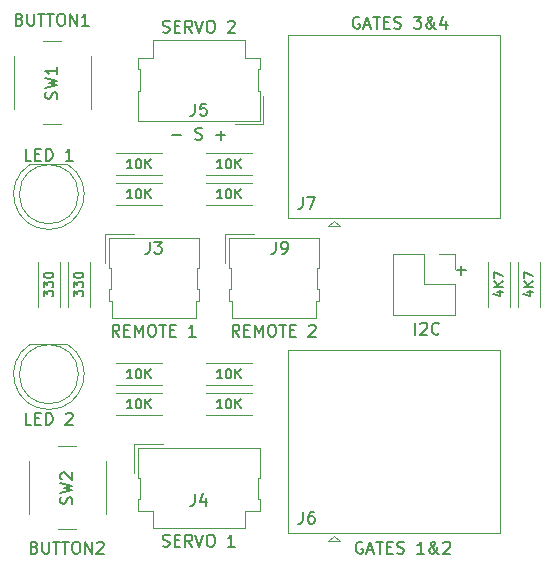
<source format=gto>
G04 #@! TF.GenerationSoftware,KiCad,Pcbnew,(5.1.10)-1*
G04 #@! TF.CreationDate,2021-10-24T19:50:33-07:00*
G04 #@! TF.ProjectId,project,70726f6a-6563-4742-9e6b-696361645f70,rev?*
G04 #@! TF.SameCoordinates,Original*
G04 #@! TF.FileFunction,Legend,Top*
G04 #@! TF.FilePolarity,Positive*
%FSLAX46Y46*%
G04 Gerber Fmt 4.6, Leading zero omitted, Abs format (unit mm)*
G04 Created by KiCad (PCBNEW (5.1.10)-1) date 2021-10-24 19:50:33*
%MOMM*%
%LPD*%
G01*
G04 APERTURE LIST*
%ADD10C,0.150000*%
%ADD11C,0.120000*%
G04 APERTURE END LIST*
D10*
X148891904Y-94051428D02*
X149653809Y-94051428D01*
X150844285Y-94384761D02*
X150987142Y-94432380D01*
X151225238Y-94432380D01*
X151320476Y-94384761D01*
X151368095Y-94337142D01*
X151415714Y-94241904D01*
X151415714Y-94146666D01*
X151368095Y-94051428D01*
X151320476Y-94003809D01*
X151225238Y-93956190D01*
X151034761Y-93908571D01*
X150939523Y-93860952D01*
X150891904Y-93813333D01*
X150844285Y-93718095D01*
X150844285Y-93622857D01*
X150891904Y-93527619D01*
X150939523Y-93480000D01*
X151034761Y-93432380D01*
X151272857Y-93432380D01*
X151415714Y-93480000D01*
X152606190Y-94051428D02*
X153368095Y-94051428D01*
X152987142Y-94432380D02*
X152987142Y-93670476D01*
X172974047Y-105481428D02*
X173735952Y-105481428D01*
X173355000Y-105862380D02*
X173355000Y-105100476D01*
D11*
X155590000Y-117760000D02*
X151750000Y-117760000D01*
X155590000Y-115920000D02*
X151750000Y-115920000D01*
X139350000Y-104760000D02*
X139350000Y-108600000D01*
X137510000Y-104760000D02*
X137510000Y-108600000D01*
X140050000Y-108600000D02*
X140050000Y-104760000D01*
X141890000Y-108600000D02*
X141890000Y-104760000D01*
X147970000Y-117760000D02*
X144130000Y-117760000D01*
X147970000Y-115920000D02*
X144130000Y-115920000D01*
X147970000Y-115220000D02*
X144130000Y-115220000D01*
X147970000Y-113380000D02*
X144130000Y-113380000D01*
X155590000Y-115220000D02*
X151750000Y-115220000D01*
X155590000Y-113380000D02*
X151750000Y-113380000D01*
X155590000Y-99980000D02*
X151750000Y-99980000D01*
X155590000Y-98140000D02*
X151750000Y-98140000D01*
X147970000Y-99980000D02*
X144130000Y-99980000D01*
X147970000Y-98140000D02*
X144130000Y-98140000D01*
X155590000Y-97440000D02*
X151750000Y-97440000D01*
X155590000Y-95600000D02*
X151750000Y-95600000D01*
X147970000Y-97440000D02*
X144130000Y-97440000D01*
X147970000Y-95600000D02*
X144130000Y-95600000D01*
X139975000Y-96500000D02*
X136885000Y-96500000D01*
X140930000Y-99060000D02*
G75*
G03*
X140930000Y-99060000I-2500000J0D01*
G01*
X138430462Y-102050000D02*
G75*
G02*
X136885170Y-96500000I-462J2990000D01*
G01*
X138429538Y-102050000D02*
G75*
G03*
X139974830Y-96500000I462J2990000D01*
G01*
X140930000Y-114300000D02*
G75*
G03*
X140930000Y-114300000I-2500000J0D01*
G01*
X139975000Y-111740000D02*
X136885000Y-111740000D01*
X138429538Y-117290000D02*
G75*
G03*
X139974830Y-111740000I462J2990000D01*
G01*
X138430462Y-117290000D02*
G75*
G02*
X136885170Y-111740000I-462J2990000D01*
G01*
X167580000Y-104080000D02*
X170180000Y-104080000D01*
X167580000Y-104080000D02*
X167580000Y-109280000D01*
X167580000Y-109280000D02*
X172780000Y-109280000D01*
X172780000Y-106680000D02*
X172780000Y-109280000D01*
X170180000Y-106680000D02*
X172780000Y-106680000D01*
X170180000Y-104080000D02*
X170180000Y-106680000D01*
X172780000Y-104080000D02*
X172780000Y-105410000D01*
X171450000Y-104080000D02*
X172780000Y-104080000D01*
X143220000Y-102450000D02*
X145630000Y-102450000D01*
X143220000Y-104860000D02*
X143220000Y-102450000D01*
X151120000Y-102750000D02*
X143520000Y-102750000D01*
X151120000Y-105280000D02*
X151120000Y-102750000D01*
X150990000Y-105280000D02*
X151120000Y-105280000D01*
X150990000Y-107090000D02*
X150990000Y-105280000D01*
X151120000Y-107090000D02*
X150990000Y-107090000D01*
X151120000Y-108070000D02*
X151120000Y-107090000D01*
X150860000Y-108070000D02*
X151120000Y-108070000D01*
X150860000Y-109570000D02*
X150860000Y-108070000D01*
X143780000Y-109570000D02*
X150860000Y-109570000D01*
X143780000Y-108070000D02*
X143780000Y-109570000D01*
X143520000Y-108070000D02*
X143780000Y-108070000D01*
X143520000Y-107090000D02*
X143520000Y-108070000D01*
X143650000Y-107090000D02*
X143520000Y-107090000D01*
X143650000Y-105280000D02*
X143650000Y-107090000D01*
X143520000Y-105280000D02*
X143650000Y-105280000D01*
X143520000Y-102750000D02*
X143520000Y-105280000D01*
X145980000Y-120530000D02*
X145980000Y-123060000D01*
X145980000Y-123060000D02*
X146110000Y-123060000D01*
X146110000Y-123060000D02*
X146110000Y-124870000D01*
X146110000Y-124870000D02*
X145980000Y-124870000D01*
X145980000Y-124870000D02*
X145980000Y-125850000D01*
X145980000Y-125850000D02*
X147210000Y-125850000D01*
X147210000Y-125850000D02*
X147210000Y-127350000D01*
X147210000Y-127350000D02*
X155050000Y-127350000D01*
X155050000Y-127350000D02*
X155050000Y-125850000D01*
X155050000Y-125850000D02*
X156280000Y-125850000D01*
X156280000Y-125850000D02*
X156280000Y-124870000D01*
X156280000Y-124870000D02*
X156150000Y-124870000D01*
X156150000Y-124870000D02*
X156150000Y-123060000D01*
X156150000Y-123060000D02*
X156280000Y-123060000D01*
X156280000Y-123060000D02*
X156280000Y-120530000D01*
X156280000Y-120530000D02*
X145980000Y-120530000D01*
X145680000Y-122640000D02*
X145680000Y-120230000D01*
X145680000Y-120230000D02*
X148090000Y-120230000D01*
X156580000Y-93130000D02*
X154170000Y-93130000D01*
X156580000Y-90720000D02*
X156580000Y-93130000D01*
X145980000Y-92830000D02*
X156280000Y-92830000D01*
X145980000Y-90300000D02*
X145980000Y-92830000D01*
X146110000Y-90300000D02*
X145980000Y-90300000D01*
X146110000Y-88490000D02*
X146110000Y-90300000D01*
X145980000Y-88490000D02*
X146110000Y-88490000D01*
X145980000Y-87510000D02*
X145980000Y-88490000D01*
X147210000Y-87510000D02*
X145980000Y-87510000D01*
X147210000Y-86010000D02*
X147210000Y-87510000D01*
X155050000Y-86010000D02*
X147210000Y-86010000D01*
X155050000Y-87510000D02*
X155050000Y-86010000D01*
X156280000Y-87510000D02*
X155050000Y-87510000D01*
X156280000Y-88490000D02*
X156280000Y-87510000D01*
X156150000Y-88490000D02*
X156280000Y-88490000D01*
X156150000Y-90300000D02*
X156150000Y-88490000D01*
X156280000Y-90300000D02*
X156150000Y-90300000D01*
X156280000Y-92830000D02*
X156280000Y-90300000D01*
X163060000Y-128460000D02*
X162560000Y-127960000D01*
X162060000Y-128460000D02*
X163060000Y-128460000D01*
X162560000Y-127960000D02*
X162060000Y-128460000D01*
X176640000Y-127775000D02*
X176640000Y-112255000D01*
X158680000Y-112255000D02*
X176640000Y-112255000D01*
X158680000Y-112255000D02*
X158680000Y-127775000D01*
X158680000Y-127775000D02*
X176640000Y-127775000D01*
X158680000Y-101105000D02*
X176640000Y-101105000D01*
X158680000Y-85585000D02*
X158680000Y-101105000D01*
X158680000Y-85585000D02*
X176640000Y-85585000D01*
X176640000Y-101105000D02*
X176640000Y-85585000D01*
X162560000Y-101290000D02*
X162060000Y-101790000D01*
X162060000Y-101790000D02*
X163060000Y-101790000D01*
X163060000Y-101790000D02*
X162560000Y-101290000D01*
X153680000Y-102750000D02*
X153680000Y-105280000D01*
X153680000Y-105280000D02*
X153810000Y-105280000D01*
X153810000Y-105280000D02*
X153810000Y-107090000D01*
X153810000Y-107090000D02*
X153680000Y-107090000D01*
X153680000Y-107090000D02*
X153680000Y-108070000D01*
X153680000Y-108070000D02*
X153940000Y-108070000D01*
X153940000Y-108070000D02*
X153940000Y-109570000D01*
X153940000Y-109570000D02*
X161020000Y-109570000D01*
X161020000Y-109570000D02*
X161020000Y-108070000D01*
X161020000Y-108070000D02*
X161280000Y-108070000D01*
X161280000Y-108070000D02*
X161280000Y-107090000D01*
X161280000Y-107090000D02*
X161150000Y-107090000D01*
X161150000Y-107090000D02*
X161150000Y-105280000D01*
X161150000Y-105280000D02*
X161280000Y-105280000D01*
X161280000Y-105280000D02*
X161280000Y-102750000D01*
X161280000Y-102750000D02*
X153680000Y-102750000D01*
X153380000Y-104860000D02*
X153380000Y-102450000D01*
X153380000Y-102450000D02*
X155790000Y-102450000D01*
X135470000Y-87360000D02*
X135470000Y-91860000D01*
X139470000Y-86110000D02*
X137970000Y-86110000D01*
X141970000Y-91860000D02*
X141970000Y-87360000D01*
X137970000Y-93110000D02*
X139470000Y-93110000D01*
X139240000Y-127400000D02*
X140740000Y-127400000D01*
X143240000Y-126150000D02*
X143240000Y-121650000D01*
X140740000Y-120400000D02*
X139240000Y-120400000D01*
X136740000Y-121650000D02*
X136740000Y-126150000D01*
X175610000Y-108600000D02*
X175610000Y-104760000D01*
X177450000Y-108600000D02*
X177450000Y-104760000D01*
X179990000Y-108600000D02*
X179990000Y-104760000D01*
X178150000Y-108600000D02*
X178150000Y-104760000D01*
D10*
X153117619Y-117201904D02*
X152660476Y-117201904D01*
X152889047Y-117201904D02*
X152889047Y-116401904D01*
X152812857Y-116516190D01*
X152736666Y-116592380D01*
X152660476Y-116630476D01*
X153612857Y-116401904D02*
X153689047Y-116401904D01*
X153765238Y-116440000D01*
X153803333Y-116478095D01*
X153841428Y-116554285D01*
X153879523Y-116706666D01*
X153879523Y-116897142D01*
X153841428Y-117049523D01*
X153803333Y-117125714D01*
X153765238Y-117163809D01*
X153689047Y-117201904D01*
X153612857Y-117201904D01*
X153536666Y-117163809D01*
X153498571Y-117125714D01*
X153460476Y-117049523D01*
X153422380Y-116897142D01*
X153422380Y-116706666D01*
X153460476Y-116554285D01*
X153498571Y-116478095D01*
X153536666Y-116440000D01*
X153612857Y-116401904D01*
X154222380Y-117201904D02*
X154222380Y-116401904D01*
X154679523Y-117201904D02*
X154336666Y-116744761D01*
X154679523Y-116401904D02*
X154222380Y-116859047D01*
X137991904Y-107708571D02*
X137991904Y-107213333D01*
X138296666Y-107480000D01*
X138296666Y-107365714D01*
X138334761Y-107289523D01*
X138372857Y-107251428D01*
X138449047Y-107213333D01*
X138639523Y-107213333D01*
X138715714Y-107251428D01*
X138753809Y-107289523D01*
X138791904Y-107365714D01*
X138791904Y-107594285D01*
X138753809Y-107670476D01*
X138715714Y-107708571D01*
X137991904Y-106946666D02*
X137991904Y-106451428D01*
X138296666Y-106718095D01*
X138296666Y-106603809D01*
X138334761Y-106527619D01*
X138372857Y-106489523D01*
X138449047Y-106451428D01*
X138639523Y-106451428D01*
X138715714Y-106489523D01*
X138753809Y-106527619D01*
X138791904Y-106603809D01*
X138791904Y-106832380D01*
X138753809Y-106908571D01*
X138715714Y-106946666D01*
X137991904Y-105956190D02*
X137991904Y-105880000D01*
X138030000Y-105803809D01*
X138068095Y-105765714D01*
X138144285Y-105727619D01*
X138296666Y-105689523D01*
X138487142Y-105689523D01*
X138639523Y-105727619D01*
X138715714Y-105765714D01*
X138753809Y-105803809D01*
X138791904Y-105880000D01*
X138791904Y-105956190D01*
X138753809Y-106032380D01*
X138715714Y-106070476D01*
X138639523Y-106108571D01*
X138487142Y-106146666D01*
X138296666Y-106146666D01*
X138144285Y-106108571D01*
X138068095Y-106070476D01*
X138030000Y-106032380D01*
X137991904Y-105956190D01*
X140531904Y-107708571D02*
X140531904Y-107213333D01*
X140836666Y-107480000D01*
X140836666Y-107365714D01*
X140874761Y-107289523D01*
X140912857Y-107251428D01*
X140989047Y-107213333D01*
X141179523Y-107213333D01*
X141255714Y-107251428D01*
X141293809Y-107289523D01*
X141331904Y-107365714D01*
X141331904Y-107594285D01*
X141293809Y-107670476D01*
X141255714Y-107708571D01*
X140531904Y-106946666D02*
X140531904Y-106451428D01*
X140836666Y-106718095D01*
X140836666Y-106603809D01*
X140874761Y-106527619D01*
X140912857Y-106489523D01*
X140989047Y-106451428D01*
X141179523Y-106451428D01*
X141255714Y-106489523D01*
X141293809Y-106527619D01*
X141331904Y-106603809D01*
X141331904Y-106832380D01*
X141293809Y-106908571D01*
X141255714Y-106946666D01*
X140531904Y-105956190D02*
X140531904Y-105880000D01*
X140570000Y-105803809D01*
X140608095Y-105765714D01*
X140684285Y-105727619D01*
X140836666Y-105689523D01*
X141027142Y-105689523D01*
X141179523Y-105727619D01*
X141255714Y-105765714D01*
X141293809Y-105803809D01*
X141331904Y-105880000D01*
X141331904Y-105956190D01*
X141293809Y-106032380D01*
X141255714Y-106070476D01*
X141179523Y-106108571D01*
X141027142Y-106146666D01*
X140836666Y-106146666D01*
X140684285Y-106108571D01*
X140608095Y-106070476D01*
X140570000Y-106032380D01*
X140531904Y-105956190D01*
X145497619Y-117201904D02*
X145040476Y-117201904D01*
X145269047Y-117201904D02*
X145269047Y-116401904D01*
X145192857Y-116516190D01*
X145116666Y-116592380D01*
X145040476Y-116630476D01*
X145992857Y-116401904D02*
X146069047Y-116401904D01*
X146145238Y-116440000D01*
X146183333Y-116478095D01*
X146221428Y-116554285D01*
X146259523Y-116706666D01*
X146259523Y-116897142D01*
X146221428Y-117049523D01*
X146183333Y-117125714D01*
X146145238Y-117163809D01*
X146069047Y-117201904D01*
X145992857Y-117201904D01*
X145916666Y-117163809D01*
X145878571Y-117125714D01*
X145840476Y-117049523D01*
X145802380Y-116897142D01*
X145802380Y-116706666D01*
X145840476Y-116554285D01*
X145878571Y-116478095D01*
X145916666Y-116440000D01*
X145992857Y-116401904D01*
X146602380Y-117201904D02*
X146602380Y-116401904D01*
X147059523Y-117201904D02*
X146716666Y-116744761D01*
X147059523Y-116401904D02*
X146602380Y-116859047D01*
X145497619Y-114661904D02*
X145040476Y-114661904D01*
X145269047Y-114661904D02*
X145269047Y-113861904D01*
X145192857Y-113976190D01*
X145116666Y-114052380D01*
X145040476Y-114090476D01*
X145992857Y-113861904D02*
X146069047Y-113861904D01*
X146145238Y-113900000D01*
X146183333Y-113938095D01*
X146221428Y-114014285D01*
X146259523Y-114166666D01*
X146259523Y-114357142D01*
X146221428Y-114509523D01*
X146183333Y-114585714D01*
X146145238Y-114623809D01*
X146069047Y-114661904D01*
X145992857Y-114661904D01*
X145916666Y-114623809D01*
X145878571Y-114585714D01*
X145840476Y-114509523D01*
X145802380Y-114357142D01*
X145802380Y-114166666D01*
X145840476Y-114014285D01*
X145878571Y-113938095D01*
X145916666Y-113900000D01*
X145992857Y-113861904D01*
X146602380Y-114661904D02*
X146602380Y-113861904D01*
X147059523Y-114661904D02*
X146716666Y-114204761D01*
X147059523Y-113861904D02*
X146602380Y-114319047D01*
X153117619Y-114661904D02*
X152660476Y-114661904D01*
X152889047Y-114661904D02*
X152889047Y-113861904D01*
X152812857Y-113976190D01*
X152736666Y-114052380D01*
X152660476Y-114090476D01*
X153612857Y-113861904D02*
X153689047Y-113861904D01*
X153765238Y-113900000D01*
X153803333Y-113938095D01*
X153841428Y-114014285D01*
X153879523Y-114166666D01*
X153879523Y-114357142D01*
X153841428Y-114509523D01*
X153803333Y-114585714D01*
X153765238Y-114623809D01*
X153689047Y-114661904D01*
X153612857Y-114661904D01*
X153536666Y-114623809D01*
X153498571Y-114585714D01*
X153460476Y-114509523D01*
X153422380Y-114357142D01*
X153422380Y-114166666D01*
X153460476Y-114014285D01*
X153498571Y-113938095D01*
X153536666Y-113900000D01*
X153612857Y-113861904D01*
X154222380Y-114661904D02*
X154222380Y-113861904D01*
X154679523Y-114661904D02*
X154336666Y-114204761D01*
X154679523Y-113861904D02*
X154222380Y-114319047D01*
X153117619Y-99421904D02*
X152660476Y-99421904D01*
X152889047Y-99421904D02*
X152889047Y-98621904D01*
X152812857Y-98736190D01*
X152736666Y-98812380D01*
X152660476Y-98850476D01*
X153612857Y-98621904D02*
X153689047Y-98621904D01*
X153765238Y-98660000D01*
X153803333Y-98698095D01*
X153841428Y-98774285D01*
X153879523Y-98926666D01*
X153879523Y-99117142D01*
X153841428Y-99269523D01*
X153803333Y-99345714D01*
X153765238Y-99383809D01*
X153689047Y-99421904D01*
X153612857Y-99421904D01*
X153536666Y-99383809D01*
X153498571Y-99345714D01*
X153460476Y-99269523D01*
X153422380Y-99117142D01*
X153422380Y-98926666D01*
X153460476Y-98774285D01*
X153498571Y-98698095D01*
X153536666Y-98660000D01*
X153612857Y-98621904D01*
X154222380Y-99421904D02*
X154222380Y-98621904D01*
X154679523Y-99421904D02*
X154336666Y-98964761D01*
X154679523Y-98621904D02*
X154222380Y-99079047D01*
X145497619Y-99421904D02*
X145040476Y-99421904D01*
X145269047Y-99421904D02*
X145269047Y-98621904D01*
X145192857Y-98736190D01*
X145116666Y-98812380D01*
X145040476Y-98850476D01*
X145992857Y-98621904D02*
X146069047Y-98621904D01*
X146145238Y-98660000D01*
X146183333Y-98698095D01*
X146221428Y-98774285D01*
X146259523Y-98926666D01*
X146259523Y-99117142D01*
X146221428Y-99269523D01*
X146183333Y-99345714D01*
X146145238Y-99383809D01*
X146069047Y-99421904D01*
X145992857Y-99421904D01*
X145916666Y-99383809D01*
X145878571Y-99345714D01*
X145840476Y-99269523D01*
X145802380Y-99117142D01*
X145802380Y-98926666D01*
X145840476Y-98774285D01*
X145878571Y-98698095D01*
X145916666Y-98660000D01*
X145992857Y-98621904D01*
X146602380Y-99421904D02*
X146602380Y-98621904D01*
X147059523Y-99421904D02*
X146716666Y-98964761D01*
X147059523Y-98621904D02*
X146602380Y-99079047D01*
X153117619Y-96881904D02*
X152660476Y-96881904D01*
X152889047Y-96881904D02*
X152889047Y-96081904D01*
X152812857Y-96196190D01*
X152736666Y-96272380D01*
X152660476Y-96310476D01*
X153612857Y-96081904D02*
X153689047Y-96081904D01*
X153765238Y-96120000D01*
X153803333Y-96158095D01*
X153841428Y-96234285D01*
X153879523Y-96386666D01*
X153879523Y-96577142D01*
X153841428Y-96729523D01*
X153803333Y-96805714D01*
X153765238Y-96843809D01*
X153689047Y-96881904D01*
X153612857Y-96881904D01*
X153536666Y-96843809D01*
X153498571Y-96805714D01*
X153460476Y-96729523D01*
X153422380Y-96577142D01*
X153422380Y-96386666D01*
X153460476Y-96234285D01*
X153498571Y-96158095D01*
X153536666Y-96120000D01*
X153612857Y-96081904D01*
X154222380Y-96881904D02*
X154222380Y-96081904D01*
X154679523Y-96881904D02*
X154336666Y-96424761D01*
X154679523Y-96081904D02*
X154222380Y-96539047D01*
X145497619Y-96881904D02*
X145040476Y-96881904D01*
X145269047Y-96881904D02*
X145269047Y-96081904D01*
X145192857Y-96196190D01*
X145116666Y-96272380D01*
X145040476Y-96310476D01*
X145992857Y-96081904D02*
X146069047Y-96081904D01*
X146145238Y-96120000D01*
X146183333Y-96158095D01*
X146221428Y-96234285D01*
X146259523Y-96386666D01*
X146259523Y-96577142D01*
X146221428Y-96729523D01*
X146183333Y-96805714D01*
X146145238Y-96843809D01*
X146069047Y-96881904D01*
X145992857Y-96881904D01*
X145916666Y-96843809D01*
X145878571Y-96805714D01*
X145840476Y-96729523D01*
X145802380Y-96577142D01*
X145802380Y-96386666D01*
X145840476Y-96234285D01*
X145878571Y-96158095D01*
X145916666Y-96120000D01*
X145992857Y-96081904D01*
X146602380Y-96881904D02*
X146602380Y-96081904D01*
X147059523Y-96881904D02*
X146716666Y-96424761D01*
X147059523Y-96081904D02*
X146602380Y-96539047D01*
X136930000Y-96210380D02*
X136453809Y-96210380D01*
X136453809Y-95210380D01*
X137263333Y-95686571D02*
X137596666Y-95686571D01*
X137739523Y-96210380D02*
X137263333Y-96210380D01*
X137263333Y-95210380D01*
X137739523Y-95210380D01*
X138168095Y-96210380D02*
X138168095Y-95210380D01*
X138406190Y-95210380D01*
X138549047Y-95258000D01*
X138644285Y-95353238D01*
X138691904Y-95448476D01*
X138739523Y-95638952D01*
X138739523Y-95781809D01*
X138691904Y-95972285D01*
X138644285Y-96067523D01*
X138549047Y-96162761D01*
X138406190Y-96210380D01*
X138168095Y-96210380D01*
X140453809Y-96210380D02*
X139882380Y-96210380D01*
X140168095Y-96210380D02*
X140168095Y-95210380D01*
X140072857Y-95353238D01*
X139977619Y-95448476D01*
X139882380Y-95496095D01*
X136930000Y-118562380D02*
X136453809Y-118562380D01*
X136453809Y-117562380D01*
X137263333Y-118038571D02*
X137596666Y-118038571D01*
X137739523Y-118562380D02*
X137263333Y-118562380D01*
X137263333Y-117562380D01*
X137739523Y-117562380D01*
X138168095Y-118562380D02*
X138168095Y-117562380D01*
X138406190Y-117562380D01*
X138549047Y-117610000D01*
X138644285Y-117705238D01*
X138691904Y-117800476D01*
X138739523Y-117990952D01*
X138739523Y-118133809D01*
X138691904Y-118324285D01*
X138644285Y-118419523D01*
X138549047Y-118514761D01*
X138406190Y-118562380D01*
X138168095Y-118562380D01*
X139882380Y-117657619D02*
X139930000Y-117610000D01*
X140025238Y-117562380D01*
X140263333Y-117562380D01*
X140358571Y-117610000D01*
X140406190Y-117657619D01*
X140453809Y-117752857D01*
X140453809Y-117848095D01*
X140406190Y-117990952D01*
X139834761Y-118562380D01*
X140453809Y-118562380D01*
X169457809Y-110942380D02*
X169457809Y-109942380D01*
X169886380Y-110037619D02*
X169934000Y-109990000D01*
X170029238Y-109942380D01*
X170267333Y-109942380D01*
X170362571Y-109990000D01*
X170410190Y-110037619D01*
X170457809Y-110132857D01*
X170457809Y-110228095D01*
X170410190Y-110370952D01*
X169838761Y-110942380D01*
X170457809Y-110942380D01*
X171457809Y-110847142D02*
X171410190Y-110894761D01*
X171267333Y-110942380D01*
X171172095Y-110942380D01*
X171029238Y-110894761D01*
X170934000Y-110799523D01*
X170886380Y-110704285D01*
X170838761Y-110513809D01*
X170838761Y-110370952D01*
X170886380Y-110180476D01*
X170934000Y-110085238D01*
X171029238Y-109990000D01*
X171172095Y-109942380D01*
X171267333Y-109942380D01*
X171410190Y-109990000D01*
X171457809Y-110037619D01*
X146986666Y-103084380D02*
X146986666Y-103798666D01*
X146939047Y-103941523D01*
X146843809Y-104036761D01*
X146700952Y-104084380D01*
X146605714Y-104084380D01*
X147367619Y-103084380D02*
X147986666Y-103084380D01*
X147653333Y-103465333D01*
X147796190Y-103465333D01*
X147891428Y-103512952D01*
X147939047Y-103560571D01*
X147986666Y-103655809D01*
X147986666Y-103893904D01*
X147939047Y-103989142D01*
X147891428Y-104036761D01*
X147796190Y-104084380D01*
X147510476Y-104084380D01*
X147415238Y-104036761D01*
X147367619Y-103989142D01*
X144391428Y-111112380D02*
X144058095Y-110636190D01*
X143820000Y-111112380D02*
X143820000Y-110112380D01*
X144200952Y-110112380D01*
X144296190Y-110160000D01*
X144343809Y-110207619D01*
X144391428Y-110302857D01*
X144391428Y-110445714D01*
X144343809Y-110540952D01*
X144296190Y-110588571D01*
X144200952Y-110636190D01*
X143820000Y-110636190D01*
X144820000Y-110588571D02*
X145153333Y-110588571D01*
X145296190Y-111112380D02*
X144820000Y-111112380D01*
X144820000Y-110112380D01*
X145296190Y-110112380D01*
X145724761Y-111112380D02*
X145724761Y-110112380D01*
X146058095Y-110826666D01*
X146391428Y-110112380D01*
X146391428Y-111112380D01*
X147058095Y-110112380D02*
X147248571Y-110112380D01*
X147343809Y-110160000D01*
X147439047Y-110255238D01*
X147486666Y-110445714D01*
X147486666Y-110779047D01*
X147439047Y-110969523D01*
X147343809Y-111064761D01*
X147248571Y-111112380D01*
X147058095Y-111112380D01*
X146962857Y-111064761D01*
X146867619Y-110969523D01*
X146820000Y-110779047D01*
X146820000Y-110445714D01*
X146867619Y-110255238D01*
X146962857Y-110160000D01*
X147058095Y-110112380D01*
X147772380Y-110112380D02*
X148343809Y-110112380D01*
X148058095Y-111112380D02*
X148058095Y-110112380D01*
X148677142Y-110588571D02*
X149010476Y-110588571D01*
X149153333Y-111112380D02*
X148677142Y-111112380D01*
X148677142Y-110112380D01*
X149153333Y-110112380D01*
X150867619Y-111112380D02*
X150296190Y-111112380D01*
X150581904Y-111112380D02*
X150581904Y-110112380D01*
X150486666Y-110255238D01*
X150391428Y-110350476D01*
X150296190Y-110398095D01*
X150796666Y-124420380D02*
X150796666Y-125134666D01*
X150749047Y-125277523D01*
X150653809Y-125372761D01*
X150510952Y-125420380D01*
X150415714Y-125420380D01*
X151701428Y-124753714D02*
X151701428Y-125420380D01*
X151463333Y-124372761D02*
X151225238Y-125087047D01*
X151844285Y-125087047D01*
X148082380Y-128844761D02*
X148225238Y-128892380D01*
X148463333Y-128892380D01*
X148558571Y-128844761D01*
X148606190Y-128797142D01*
X148653809Y-128701904D01*
X148653809Y-128606666D01*
X148606190Y-128511428D01*
X148558571Y-128463809D01*
X148463333Y-128416190D01*
X148272857Y-128368571D01*
X148177619Y-128320952D01*
X148130000Y-128273333D01*
X148082380Y-128178095D01*
X148082380Y-128082857D01*
X148130000Y-127987619D01*
X148177619Y-127940000D01*
X148272857Y-127892380D01*
X148510952Y-127892380D01*
X148653809Y-127940000D01*
X149082380Y-128368571D02*
X149415714Y-128368571D01*
X149558571Y-128892380D02*
X149082380Y-128892380D01*
X149082380Y-127892380D01*
X149558571Y-127892380D01*
X150558571Y-128892380D02*
X150225238Y-128416190D01*
X149987142Y-128892380D02*
X149987142Y-127892380D01*
X150368095Y-127892380D01*
X150463333Y-127940000D01*
X150510952Y-127987619D01*
X150558571Y-128082857D01*
X150558571Y-128225714D01*
X150510952Y-128320952D01*
X150463333Y-128368571D01*
X150368095Y-128416190D01*
X149987142Y-128416190D01*
X150844285Y-127892380D02*
X151177619Y-128892380D01*
X151510952Y-127892380D01*
X152034761Y-127892380D02*
X152225238Y-127892380D01*
X152320476Y-127940000D01*
X152415714Y-128035238D01*
X152463333Y-128225714D01*
X152463333Y-128559047D01*
X152415714Y-128749523D01*
X152320476Y-128844761D01*
X152225238Y-128892380D01*
X152034761Y-128892380D01*
X151939523Y-128844761D01*
X151844285Y-128749523D01*
X151796666Y-128559047D01*
X151796666Y-128225714D01*
X151844285Y-128035238D01*
X151939523Y-127940000D01*
X152034761Y-127892380D01*
X154177619Y-128892380D02*
X153606190Y-128892380D01*
X153891904Y-128892380D02*
X153891904Y-127892380D01*
X153796666Y-128035238D01*
X153701428Y-128130476D01*
X153606190Y-128178095D01*
X150796666Y-91400380D02*
X150796666Y-92114666D01*
X150749047Y-92257523D01*
X150653809Y-92352761D01*
X150510952Y-92400380D01*
X150415714Y-92400380D01*
X151749047Y-91400380D02*
X151272857Y-91400380D01*
X151225238Y-91876571D01*
X151272857Y-91828952D01*
X151368095Y-91781333D01*
X151606190Y-91781333D01*
X151701428Y-91828952D01*
X151749047Y-91876571D01*
X151796666Y-91971809D01*
X151796666Y-92209904D01*
X151749047Y-92305142D01*
X151701428Y-92352761D01*
X151606190Y-92400380D01*
X151368095Y-92400380D01*
X151272857Y-92352761D01*
X151225238Y-92305142D01*
X148082380Y-85324761D02*
X148225238Y-85372380D01*
X148463333Y-85372380D01*
X148558571Y-85324761D01*
X148606190Y-85277142D01*
X148653809Y-85181904D01*
X148653809Y-85086666D01*
X148606190Y-84991428D01*
X148558571Y-84943809D01*
X148463333Y-84896190D01*
X148272857Y-84848571D01*
X148177619Y-84800952D01*
X148130000Y-84753333D01*
X148082380Y-84658095D01*
X148082380Y-84562857D01*
X148130000Y-84467619D01*
X148177619Y-84420000D01*
X148272857Y-84372380D01*
X148510952Y-84372380D01*
X148653809Y-84420000D01*
X149082380Y-84848571D02*
X149415714Y-84848571D01*
X149558571Y-85372380D02*
X149082380Y-85372380D01*
X149082380Y-84372380D01*
X149558571Y-84372380D01*
X150558571Y-85372380D02*
X150225238Y-84896190D01*
X149987142Y-85372380D02*
X149987142Y-84372380D01*
X150368095Y-84372380D01*
X150463333Y-84420000D01*
X150510952Y-84467619D01*
X150558571Y-84562857D01*
X150558571Y-84705714D01*
X150510952Y-84800952D01*
X150463333Y-84848571D01*
X150368095Y-84896190D01*
X149987142Y-84896190D01*
X150844285Y-84372380D02*
X151177619Y-85372380D01*
X151510952Y-84372380D01*
X152034761Y-84372380D02*
X152225238Y-84372380D01*
X152320476Y-84420000D01*
X152415714Y-84515238D01*
X152463333Y-84705714D01*
X152463333Y-85039047D01*
X152415714Y-85229523D01*
X152320476Y-85324761D01*
X152225238Y-85372380D01*
X152034761Y-85372380D01*
X151939523Y-85324761D01*
X151844285Y-85229523D01*
X151796666Y-85039047D01*
X151796666Y-84705714D01*
X151844285Y-84515238D01*
X151939523Y-84420000D01*
X152034761Y-84372380D01*
X153606190Y-84467619D02*
X153653809Y-84420000D01*
X153749047Y-84372380D01*
X153987142Y-84372380D01*
X154082380Y-84420000D01*
X154130000Y-84467619D01*
X154177619Y-84562857D01*
X154177619Y-84658095D01*
X154130000Y-84800952D01*
X153558571Y-85372380D01*
X154177619Y-85372380D01*
X159940666Y-125944380D02*
X159940666Y-126658666D01*
X159893047Y-126801523D01*
X159797809Y-126896761D01*
X159654952Y-126944380D01*
X159559714Y-126944380D01*
X160845428Y-125944380D02*
X160654952Y-125944380D01*
X160559714Y-125992000D01*
X160512095Y-126039619D01*
X160416857Y-126182476D01*
X160369238Y-126372952D01*
X160369238Y-126753904D01*
X160416857Y-126849142D01*
X160464476Y-126896761D01*
X160559714Y-126944380D01*
X160750190Y-126944380D01*
X160845428Y-126896761D01*
X160893047Y-126849142D01*
X160940666Y-126753904D01*
X160940666Y-126515809D01*
X160893047Y-126420571D01*
X160845428Y-126372952D01*
X160750190Y-126325333D01*
X160559714Y-126325333D01*
X160464476Y-126372952D01*
X160416857Y-126420571D01*
X160369238Y-126515809D01*
X164973428Y-128532000D02*
X164878190Y-128484380D01*
X164735333Y-128484380D01*
X164592476Y-128532000D01*
X164497238Y-128627238D01*
X164449619Y-128722476D01*
X164402000Y-128912952D01*
X164402000Y-129055809D01*
X164449619Y-129246285D01*
X164497238Y-129341523D01*
X164592476Y-129436761D01*
X164735333Y-129484380D01*
X164830571Y-129484380D01*
X164973428Y-129436761D01*
X165021047Y-129389142D01*
X165021047Y-129055809D01*
X164830571Y-129055809D01*
X165402000Y-129198666D02*
X165878190Y-129198666D01*
X165306761Y-129484380D02*
X165640095Y-128484380D01*
X165973428Y-129484380D01*
X166163904Y-128484380D02*
X166735333Y-128484380D01*
X166449619Y-129484380D02*
X166449619Y-128484380D01*
X167068666Y-128960571D02*
X167402000Y-128960571D01*
X167544857Y-129484380D02*
X167068666Y-129484380D01*
X167068666Y-128484380D01*
X167544857Y-128484380D01*
X167925809Y-129436761D02*
X168068666Y-129484380D01*
X168306761Y-129484380D01*
X168402000Y-129436761D01*
X168449619Y-129389142D01*
X168497238Y-129293904D01*
X168497238Y-129198666D01*
X168449619Y-129103428D01*
X168402000Y-129055809D01*
X168306761Y-129008190D01*
X168116285Y-128960571D01*
X168021047Y-128912952D01*
X167973428Y-128865333D01*
X167925809Y-128770095D01*
X167925809Y-128674857D01*
X167973428Y-128579619D01*
X168021047Y-128532000D01*
X168116285Y-128484380D01*
X168354380Y-128484380D01*
X168497238Y-128532000D01*
X170211523Y-129484380D02*
X169640095Y-129484380D01*
X169925809Y-129484380D02*
X169925809Y-128484380D01*
X169830571Y-128627238D01*
X169735333Y-128722476D01*
X169640095Y-128770095D01*
X171449619Y-129484380D02*
X171402000Y-129484380D01*
X171306761Y-129436761D01*
X171163904Y-129293904D01*
X170925809Y-129008190D01*
X170830571Y-128865333D01*
X170782952Y-128722476D01*
X170782952Y-128627238D01*
X170830571Y-128532000D01*
X170925809Y-128484380D01*
X170973428Y-128484380D01*
X171068666Y-128532000D01*
X171116285Y-128627238D01*
X171116285Y-128674857D01*
X171068666Y-128770095D01*
X171021047Y-128817714D01*
X170735333Y-129008190D01*
X170687714Y-129055809D01*
X170640095Y-129151047D01*
X170640095Y-129293904D01*
X170687714Y-129389142D01*
X170735333Y-129436761D01*
X170830571Y-129484380D01*
X170973428Y-129484380D01*
X171068666Y-129436761D01*
X171116285Y-129389142D01*
X171259142Y-129198666D01*
X171306761Y-129055809D01*
X171306761Y-128960571D01*
X171830571Y-128579619D02*
X171878190Y-128532000D01*
X171973428Y-128484380D01*
X172211523Y-128484380D01*
X172306761Y-128532000D01*
X172354380Y-128579619D01*
X172402000Y-128674857D01*
X172402000Y-128770095D01*
X172354380Y-128912952D01*
X171782952Y-129484380D01*
X172402000Y-129484380D01*
X159940666Y-99274380D02*
X159940666Y-99988666D01*
X159893047Y-100131523D01*
X159797809Y-100226761D01*
X159654952Y-100274380D01*
X159559714Y-100274380D01*
X160321619Y-99274380D02*
X160988285Y-99274380D01*
X160559714Y-100274380D01*
X164719428Y-84082000D02*
X164624190Y-84034380D01*
X164481333Y-84034380D01*
X164338476Y-84082000D01*
X164243238Y-84177238D01*
X164195619Y-84272476D01*
X164148000Y-84462952D01*
X164148000Y-84605809D01*
X164195619Y-84796285D01*
X164243238Y-84891523D01*
X164338476Y-84986761D01*
X164481333Y-85034380D01*
X164576571Y-85034380D01*
X164719428Y-84986761D01*
X164767047Y-84939142D01*
X164767047Y-84605809D01*
X164576571Y-84605809D01*
X165148000Y-84748666D02*
X165624190Y-84748666D01*
X165052761Y-85034380D02*
X165386095Y-84034380D01*
X165719428Y-85034380D01*
X165909904Y-84034380D02*
X166481333Y-84034380D01*
X166195619Y-85034380D02*
X166195619Y-84034380D01*
X166814666Y-84510571D02*
X167148000Y-84510571D01*
X167290857Y-85034380D02*
X166814666Y-85034380D01*
X166814666Y-84034380D01*
X167290857Y-84034380D01*
X167671809Y-84986761D02*
X167814666Y-85034380D01*
X168052761Y-85034380D01*
X168148000Y-84986761D01*
X168195619Y-84939142D01*
X168243238Y-84843904D01*
X168243238Y-84748666D01*
X168195619Y-84653428D01*
X168148000Y-84605809D01*
X168052761Y-84558190D01*
X167862285Y-84510571D01*
X167767047Y-84462952D01*
X167719428Y-84415333D01*
X167671809Y-84320095D01*
X167671809Y-84224857D01*
X167719428Y-84129619D01*
X167767047Y-84082000D01*
X167862285Y-84034380D01*
X168100380Y-84034380D01*
X168243238Y-84082000D01*
X169338476Y-84034380D02*
X169957523Y-84034380D01*
X169624190Y-84415333D01*
X169767047Y-84415333D01*
X169862285Y-84462952D01*
X169909904Y-84510571D01*
X169957523Y-84605809D01*
X169957523Y-84843904D01*
X169909904Y-84939142D01*
X169862285Y-84986761D01*
X169767047Y-85034380D01*
X169481333Y-85034380D01*
X169386095Y-84986761D01*
X169338476Y-84939142D01*
X171195619Y-85034380D02*
X171148000Y-85034380D01*
X171052761Y-84986761D01*
X170909904Y-84843904D01*
X170671809Y-84558190D01*
X170576571Y-84415333D01*
X170528952Y-84272476D01*
X170528952Y-84177238D01*
X170576571Y-84082000D01*
X170671809Y-84034380D01*
X170719428Y-84034380D01*
X170814666Y-84082000D01*
X170862285Y-84177238D01*
X170862285Y-84224857D01*
X170814666Y-84320095D01*
X170767047Y-84367714D01*
X170481333Y-84558190D01*
X170433714Y-84605809D01*
X170386095Y-84701047D01*
X170386095Y-84843904D01*
X170433714Y-84939142D01*
X170481333Y-84986761D01*
X170576571Y-85034380D01*
X170719428Y-85034380D01*
X170814666Y-84986761D01*
X170862285Y-84939142D01*
X171005142Y-84748666D01*
X171052761Y-84605809D01*
X171052761Y-84510571D01*
X172052761Y-84367714D02*
X172052761Y-85034380D01*
X171814666Y-83986761D02*
X171576571Y-84701047D01*
X172195619Y-84701047D01*
X157654666Y-103084380D02*
X157654666Y-103798666D01*
X157607047Y-103941523D01*
X157511809Y-104036761D01*
X157368952Y-104084380D01*
X157273714Y-104084380D01*
X158178476Y-104084380D02*
X158368952Y-104084380D01*
X158464190Y-104036761D01*
X158511809Y-103989142D01*
X158607047Y-103846285D01*
X158654666Y-103655809D01*
X158654666Y-103274857D01*
X158607047Y-103179619D01*
X158559428Y-103132000D01*
X158464190Y-103084380D01*
X158273714Y-103084380D01*
X158178476Y-103132000D01*
X158130857Y-103179619D01*
X158083238Y-103274857D01*
X158083238Y-103512952D01*
X158130857Y-103608190D01*
X158178476Y-103655809D01*
X158273714Y-103703428D01*
X158464190Y-103703428D01*
X158559428Y-103655809D01*
X158607047Y-103608190D01*
X158654666Y-103512952D01*
X154551428Y-111112380D02*
X154218095Y-110636190D01*
X153980000Y-111112380D02*
X153980000Y-110112380D01*
X154360952Y-110112380D01*
X154456190Y-110160000D01*
X154503809Y-110207619D01*
X154551428Y-110302857D01*
X154551428Y-110445714D01*
X154503809Y-110540952D01*
X154456190Y-110588571D01*
X154360952Y-110636190D01*
X153980000Y-110636190D01*
X154980000Y-110588571D02*
X155313333Y-110588571D01*
X155456190Y-111112380D02*
X154980000Y-111112380D01*
X154980000Y-110112380D01*
X155456190Y-110112380D01*
X155884761Y-111112380D02*
X155884761Y-110112380D01*
X156218095Y-110826666D01*
X156551428Y-110112380D01*
X156551428Y-111112380D01*
X157218095Y-110112380D02*
X157408571Y-110112380D01*
X157503809Y-110160000D01*
X157599047Y-110255238D01*
X157646666Y-110445714D01*
X157646666Y-110779047D01*
X157599047Y-110969523D01*
X157503809Y-111064761D01*
X157408571Y-111112380D01*
X157218095Y-111112380D01*
X157122857Y-111064761D01*
X157027619Y-110969523D01*
X156980000Y-110779047D01*
X156980000Y-110445714D01*
X157027619Y-110255238D01*
X157122857Y-110160000D01*
X157218095Y-110112380D01*
X157932380Y-110112380D02*
X158503809Y-110112380D01*
X158218095Y-111112380D02*
X158218095Y-110112380D01*
X158837142Y-110588571D02*
X159170476Y-110588571D01*
X159313333Y-111112380D02*
X158837142Y-111112380D01*
X158837142Y-110112380D01*
X159313333Y-110112380D01*
X160456190Y-110207619D02*
X160503809Y-110160000D01*
X160599047Y-110112380D01*
X160837142Y-110112380D01*
X160932380Y-110160000D01*
X160980000Y-110207619D01*
X161027619Y-110302857D01*
X161027619Y-110398095D01*
X160980000Y-110540952D01*
X160408571Y-111112380D01*
X161027619Y-111112380D01*
X139088761Y-90995333D02*
X139136380Y-90852476D01*
X139136380Y-90614380D01*
X139088761Y-90519142D01*
X139041142Y-90471523D01*
X138945904Y-90423904D01*
X138850666Y-90423904D01*
X138755428Y-90471523D01*
X138707809Y-90519142D01*
X138660190Y-90614380D01*
X138612571Y-90804857D01*
X138564952Y-90900095D01*
X138517333Y-90947714D01*
X138422095Y-90995333D01*
X138326857Y-90995333D01*
X138231619Y-90947714D01*
X138184000Y-90900095D01*
X138136380Y-90804857D01*
X138136380Y-90566761D01*
X138184000Y-90423904D01*
X138136380Y-90090571D02*
X139136380Y-89852476D01*
X138422095Y-89662000D01*
X139136380Y-89471523D01*
X138136380Y-89233428D01*
X139136380Y-88328666D02*
X139136380Y-88900095D01*
X139136380Y-88614380D02*
X138136380Y-88614380D01*
X138279238Y-88709619D01*
X138374476Y-88804857D01*
X138422095Y-88900095D01*
X135945904Y-84256571D02*
X136088761Y-84304190D01*
X136136380Y-84351809D01*
X136184000Y-84447047D01*
X136184000Y-84589904D01*
X136136380Y-84685142D01*
X136088761Y-84732761D01*
X135993523Y-84780380D01*
X135612571Y-84780380D01*
X135612571Y-83780380D01*
X135945904Y-83780380D01*
X136041142Y-83828000D01*
X136088761Y-83875619D01*
X136136380Y-83970857D01*
X136136380Y-84066095D01*
X136088761Y-84161333D01*
X136041142Y-84208952D01*
X135945904Y-84256571D01*
X135612571Y-84256571D01*
X136612571Y-83780380D02*
X136612571Y-84589904D01*
X136660190Y-84685142D01*
X136707809Y-84732761D01*
X136803047Y-84780380D01*
X136993523Y-84780380D01*
X137088761Y-84732761D01*
X137136380Y-84685142D01*
X137184000Y-84589904D01*
X137184000Y-83780380D01*
X137517333Y-83780380D02*
X138088761Y-83780380D01*
X137803047Y-84780380D02*
X137803047Y-83780380D01*
X138279238Y-83780380D02*
X138850666Y-83780380D01*
X138564952Y-84780380D02*
X138564952Y-83780380D01*
X139374476Y-83780380D02*
X139564952Y-83780380D01*
X139660190Y-83828000D01*
X139755428Y-83923238D01*
X139803047Y-84113714D01*
X139803047Y-84447047D01*
X139755428Y-84637523D01*
X139660190Y-84732761D01*
X139564952Y-84780380D01*
X139374476Y-84780380D01*
X139279238Y-84732761D01*
X139184000Y-84637523D01*
X139136380Y-84447047D01*
X139136380Y-84113714D01*
X139184000Y-83923238D01*
X139279238Y-83828000D01*
X139374476Y-83780380D01*
X140231619Y-84780380D02*
X140231619Y-83780380D01*
X140803047Y-84780380D01*
X140803047Y-83780380D01*
X141803047Y-84780380D02*
X141231619Y-84780380D01*
X141517333Y-84780380D02*
X141517333Y-83780380D01*
X141422095Y-83923238D01*
X141326857Y-84018476D01*
X141231619Y-84066095D01*
X140358761Y-125285333D02*
X140406380Y-125142476D01*
X140406380Y-124904380D01*
X140358761Y-124809142D01*
X140311142Y-124761523D01*
X140215904Y-124713904D01*
X140120666Y-124713904D01*
X140025428Y-124761523D01*
X139977809Y-124809142D01*
X139930190Y-124904380D01*
X139882571Y-125094857D01*
X139834952Y-125190095D01*
X139787333Y-125237714D01*
X139692095Y-125285333D01*
X139596857Y-125285333D01*
X139501619Y-125237714D01*
X139454000Y-125190095D01*
X139406380Y-125094857D01*
X139406380Y-124856761D01*
X139454000Y-124713904D01*
X139406380Y-124380571D02*
X140406380Y-124142476D01*
X139692095Y-123952000D01*
X140406380Y-123761523D01*
X139406380Y-123523428D01*
X139501619Y-123190095D02*
X139454000Y-123142476D01*
X139406380Y-123047238D01*
X139406380Y-122809142D01*
X139454000Y-122713904D01*
X139501619Y-122666285D01*
X139596857Y-122618666D01*
X139692095Y-122618666D01*
X139834952Y-122666285D01*
X140406380Y-123237714D01*
X140406380Y-122618666D01*
X137215904Y-128960571D02*
X137358761Y-129008190D01*
X137406380Y-129055809D01*
X137454000Y-129151047D01*
X137454000Y-129293904D01*
X137406380Y-129389142D01*
X137358761Y-129436761D01*
X137263523Y-129484380D01*
X136882571Y-129484380D01*
X136882571Y-128484380D01*
X137215904Y-128484380D01*
X137311142Y-128532000D01*
X137358761Y-128579619D01*
X137406380Y-128674857D01*
X137406380Y-128770095D01*
X137358761Y-128865333D01*
X137311142Y-128912952D01*
X137215904Y-128960571D01*
X136882571Y-128960571D01*
X137882571Y-128484380D02*
X137882571Y-129293904D01*
X137930190Y-129389142D01*
X137977809Y-129436761D01*
X138073047Y-129484380D01*
X138263523Y-129484380D01*
X138358761Y-129436761D01*
X138406380Y-129389142D01*
X138454000Y-129293904D01*
X138454000Y-128484380D01*
X138787333Y-128484380D02*
X139358761Y-128484380D01*
X139073047Y-129484380D02*
X139073047Y-128484380D01*
X139549238Y-128484380D02*
X140120666Y-128484380D01*
X139834952Y-129484380D02*
X139834952Y-128484380D01*
X140644476Y-128484380D02*
X140834952Y-128484380D01*
X140930190Y-128532000D01*
X141025428Y-128627238D01*
X141073047Y-128817714D01*
X141073047Y-129151047D01*
X141025428Y-129341523D01*
X140930190Y-129436761D01*
X140834952Y-129484380D01*
X140644476Y-129484380D01*
X140549238Y-129436761D01*
X140454000Y-129341523D01*
X140406380Y-129151047D01*
X140406380Y-128817714D01*
X140454000Y-128627238D01*
X140549238Y-128532000D01*
X140644476Y-128484380D01*
X141501619Y-129484380D02*
X141501619Y-128484380D01*
X142073047Y-129484380D01*
X142073047Y-128484380D01*
X142501619Y-128579619D02*
X142549238Y-128532000D01*
X142644476Y-128484380D01*
X142882571Y-128484380D01*
X142977809Y-128532000D01*
X143025428Y-128579619D01*
X143073047Y-128674857D01*
X143073047Y-128770095D01*
X143025428Y-128912952D01*
X142454000Y-129484380D01*
X143073047Y-129484380D01*
X176358571Y-107308571D02*
X176891904Y-107308571D01*
X176053809Y-107499047D02*
X176625238Y-107689523D01*
X176625238Y-107194285D01*
X176891904Y-106889523D02*
X176091904Y-106889523D01*
X176891904Y-106432380D02*
X176434761Y-106775238D01*
X176091904Y-106432380D02*
X176549047Y-106889523D01*
X176091904Y-106165714D02*
X176091904Y-105632380D01*
X176891904Y-105975238D01*
X178898571Y-107308571D02*
X179431904Y-107308571D01*
X178593809Y-107499047D02*
X179165238Y-107689523D01*
X179165238Y-107194285D01*
X179431904Y-106889523D02*
X178631904Y-106889523D01*
X179431904Y-106432380D02*
X178974761Y-106775238D01*
X178631904Y-106432380D02*
X179089047Y-106889523D01*
X178631904Y-106165714D02*
X178631904Y-105632380D01*
X179431904Y-105975238D01*
M02*

</source>
